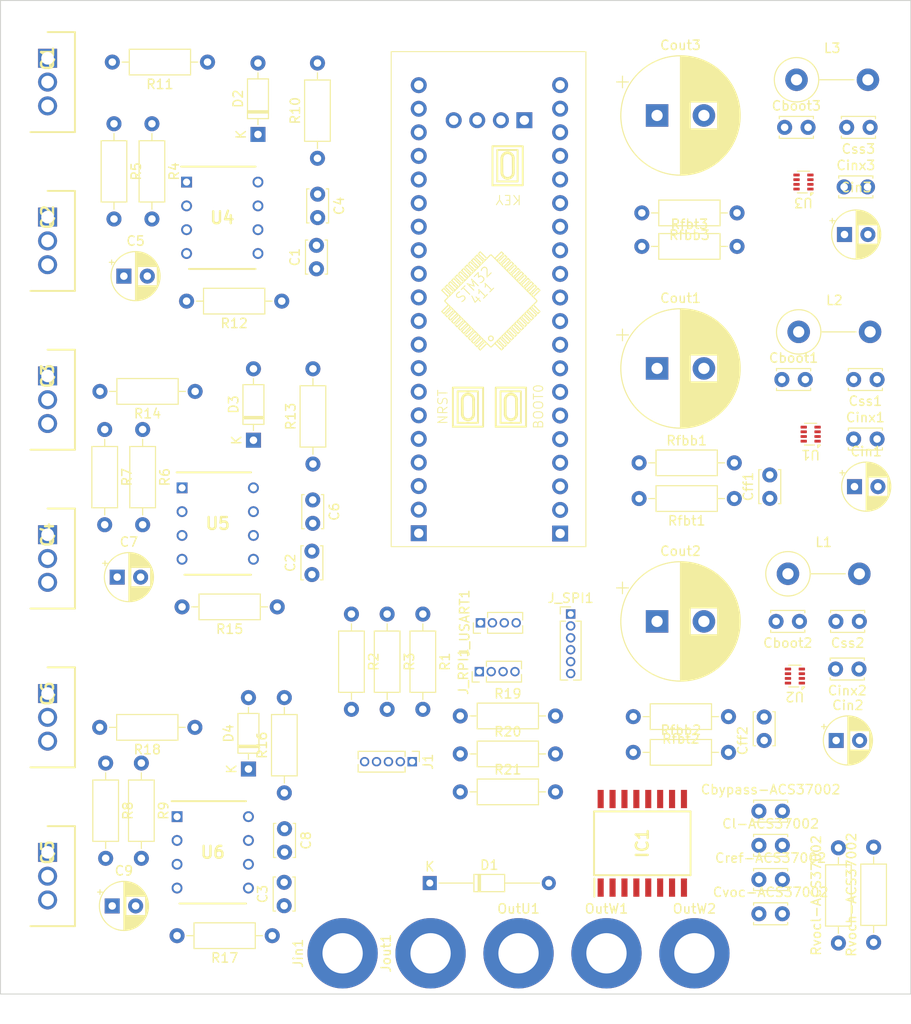
<source format=kicad_pcb>
(kicad_pcb (version 20240108) (generator "pcbnew") (generator_version "8.0")
  (layers (0 "F.Cu" signal) (31 "B.Cu" signal) (34 "B.Paste" user) (35 "F.Paste" user) (36 "B.SilkS" user "B.Silkscreen") (37 "F.SilkS" user "F.Silkscreen") (38 "B.Mask" user) (39 "F.Mask" user) (44 "Edge.Cuts" user))
  (net 0 "")
  (net 1 "Net-(U1-SW)")
  (net 2 "Net-(U1-BST)")
  (net 3 "Net-(U2-BST)")
  (net 4 "Net-(U2-SW)")
  (net 5 "Net-(U3-SW)")
  (net 6 "Net-(U3-BST)")
  (net 7 "Net-(U1-FB)")
  (net 8 "+12V")
  (net 9 "Net-(U2-FB)")
  (net 10 "+5V")
  (net 11 "+24V")
  (net 12 "GND")
  (net 13 "+3.3V")
  (net 14 "Net-(U1-SS)")
  (net 15 "Net-(U2-SS)")
  (net 16 "Net-(U3-SS)")
  (net 17 "Net-(D1-K)")
  (net 18 "Net-(D2-A)")
  (net 19 "BST_U")
  (net 20 "Net-(D3-A)")
  (net 21 "BST_V")
  (net 22 "BST_W")
  (net 23 "Net-(D4-A)")
  (net 24 "hal1")
  (net 25 "hal2")
  (net 26 "hal3")
  (net 27 "Net-(Q1-Pad1)")
  (net 28 "SH_U")
  (net 29 "SL_U")
  (net 30 "Net-(Q2-Pad1)")
  (net 31 "SH_V")
  (net 32 "Net-(Q3-Pad1)")
  (net 33 "SL_V")
  (net 34 "Net-(Q4-Pad1)")
  (net 35 "Net-(Q5-Pad1)")
  (net 36 "SH_W")
  (net 37 "Net-(Q6-Pad1)")
  (net 38 "SL_W")
  (net 39 "Net-(U3-FB)")
  (net 40 "HallU")
  (net 41 "HallW")
  (net 42 "HallV")
  (net 51 "SPI_SCK")
  (net 52 "SPI_MOSI")
  (net 53 "SPI_CS1")
  (net 54 "SPI_MISO")
  (net 55 "USART6_RX")
  (net 56 "USART6_TX")
  (net 57 "T1_V")
  (net 58 "B15")
  (net 59 "Reset")
  (net 60 "T1_WN")
  (net 61 "T1_UN")
  (net 62 "T1_U")
  (net 63 "HSM_W")
  (net 65 "ADC1")
  (net 66 "SCL_RPI")
  (net 67 "B12")
  (net 68 "SDA_RPI")
  (net 69 "SD_U")
  (net 70 "ADC2")
  (net 71 "T1_W")
  (net 73 "IN_U")
  (net 74 "IN_V")
  (net 75 "B2")
  (net 76 "SD_V")
  (net 78 "ADC3")
  (net 79 "HSM_V")
  (net 80 "IN_W")
  (net 81 "T1_VN")
  (net 82 "HSM_U")
  (net 83 "SD_W")
  (net 84 "GH_U")
  (net 85 "GL_U")
  (net 86 "GH_V")
  (net 87 "GL_V")
  (net 88 "GH_W")
  (net 89 "GL_W")
  (net 90 "24V")
  (net 91 "Net-(IC1-VOC)")
  (net 92 "Net-(OutU1-Pin_1)")
  (net 93 "Net-(OutW1-Pin_1)")
  (net 94 "Net-(OutW2-Pin_1)")
  (footprint "STM32:Blackpill" (layer "F.Cu") (at 76.4286 71.9582 90)
    (property "Reference" "U7" (hide yes))
    (property "Value" "YAAJ_BlackPill_SWD_BreakoutV2" (hide yes))
    (fp_text user "NRST" (at 12.95 -14.69 90) (layer "F.SilkS") (effects (font (thickness 0.1)) (justify left bottom)))
    (fp_text user "BOOT0" (at 12.47 -4.48 90) (layer "F.SilkS") (effects (font (thickness 0.1)) (justify left bottom)))
    (fp_text user "STM32" (at 25.84 -13.3 45) (layer "F.SilkS") (effects (font (thickness 0.1)) (justify left bottom)))
    (fp_text user "411" (at 25.56 -11.69 45) (layer "F.SilkS") (effects (font (thickness 0.1)) (justify left bottom)))
    (fp_text user "KEY" (at 37.6 -6.82 180) (layer "F.SilkS") (effects (font (thickness 0.1)) (justify left bottom)))
    (pad "1" thru_hole circle (at 49.23 -17.84) (size 1.7 1.7) (drill 1) (layers "*.Cu" "*.Mask"))
    (pad "2" thru_hole circle (at 46.714202 -17.84) (size 1.7 1.7) (drill 1) (layers "*.Cu" "*.Mask") (net 69 "SD_U"))
    (pad "3" thru_hole circle (at 44.198413 -17.84) (size 1.7 1.7) (drill 1) (layers "*.Cu" "*.Mask") (net 76 "SD_V"))
    (pad "4" thru_hole circle (at 41.682624 -17.84) (size 1.7 1.7) (drill 1) (layers "*.Cu" "*.Mask") (net 83 "SD_W"))
    (pad "5" thru_hole circle (at 39.166835 -17.84) (size 1.7 1.7) (drill 1) (layers "*.Cu" "*.Mask") (net 59 "Reset"))
    (pad "6" thru_hole circle (at 36.651046 -17.84) (size 1.7 1.7) (drill 1) (layers "*.Cu" "*.Mask") (net 82 "HSM_U"))
    (pad "7" thru_hole circle (at 34.135257 -17.84) (size 1.7 1.7) (drill 1) (layers "*.Cu" "*.Mask") (net 79 "HSM_V"))
    (pad "8" thru_hole circle (at 31.619468 -17.84) (size 1.7 1.7) (drill 1) (layers "*.Cu" "*.Mask") (net 63 "HSM_W"))
    (pad "9" thru_hole circle (at 29.103679 -17.84) (size 1.7 1.7) (drill 1) (layers "*.Cu" "*.Mask") (net 65 "ADC1"))
    (pad "10" thru_hole circle (at 26.58789 -17.84) (size 1.7 1.7) (drill 1) (layers "*.Cu" "*.Mask") (net 70 "ADC2"))
    (pad "11" thru_hole circle (at 24.072101 -17.84) (size 1.7 1.7) (drill 1) (layers "*.Cu" "*.Mask") (net 78 "ADC3"))
    (pad "12" thru_hole circle (at 21.556312 -17.84) (size 1.7 1.7) (drill 1) (layers "*.Cu" "*.Mask") (net 73 "IN_U"))
    (pad "13" thru_hole circle (at 19.040523 -17.84) (size 1.7 1.7) (drill 1) (layers "*.Cu" "*.Mask") (net 52 "SPI_MOSI"))
    (pad "14" thru_hole circle (at 16.524734 -17.84) (size 1.7 1.7) (drill 1) (layers "*.Cu" "*.Mask") (net 74 "IN_V"))
    (pad "15" thru_hole circle (at 14.008945 -17.84) (size 1.7 1.7) (drill 1) (layers "*.Cu" "*.Mask") (net 60 "T1_WN"))
    (pad "16" thru_hole circle (at 11.493156 -17.84) (size 1.7 1.7) (drill 1) (layers "*.Cu" "*.Mask") (net 75 "B2"))
    (pad "17" thru_hole circle (at 8.977367 -17.84) (size 1.7 1.7) (drill 1) (layers "*.Cu" "*.Mask") (net 66 "SCL_RPI"))
    (pad "18" thru_hole circle (at 6.461578 -17.84) (size 1.7 1.7) (drill 1) (layers "*.Cu" "*.Mask") (net 13 "+3.3V"))
    (pad "19" thru_hole circle (at 3.945789 -17.84) (size 1.7 1.7) (drill 1) (layers "*.Cu" "*.Mask") (net 12 "GND"))
    (pad "20" thru_hole rect (at 1.43 -17.84) (size 1.7 1.7) (drill 1) (layers "*.Cu" "*.Mask"))
    (pad "21" thru_hole rect (at 1.4 -2.75) (size 1.7 1.7) (drill 1) (layers "*.Cu" "*.Mask") (net 67 "B12"))
    (pad "22" thru_hole circle (at 3.917894 -2.75) (size 1.7 1.7) (drill 1) (layers "*.Cu" "*.Mask") (net 61 "T1_UN"))
    (pad "23" thru_hole circle (at 6.435788 -2.75) (size 1.7 1.7) (drill 1) (layers "*.Cu" "*.Mask") (net 81 "T1_VN"))
    (pad "24" thru_hole circle (at 8.953682 -2.75) (size 1.7 1.7) (drill 1) (layers "*.Cu" "*.Mask") (net 58 "B15"))
    (pad "25" thru_hole circle (at 11.471576 -2.75) (size 1.7 1.7) (drill 1) (layers "*.Cu" "*.Mask") (net 62 "T1_U"))
    (pad "26" thru_hole circle (at 13.98947 -2.75) (size 1.7 1.7) (drill 1) (layers "*.Cu" "*.Mask") (net 57 "T1_V"))
    (pad "27" thru_hole circle (at 16.507364 -2.75) (size 1.7 1.7) (drill 1) (layers "*.Cu" "*.Mask") (net 71 "T1_W"))
    (pad "28" thru_hole circle (at 19.025258 -2.75) (size 1.7 1.7) (drill 1) (layers "*.Cu" "*.Mask") (net 56 "USART6_TX"))
    (pad "29" thru_hole circle (at 21.543152 -2.75) (size 1.7 1.7) (drill 1) (layers "*.Cu" "*.Mask") (net 55 "USART6_RX"))
    (pad "30" thru_hole circle (at 24.061046 -2.75) (size 1.7 1.7) (drill 1) (layers "*.Cu" "*.Mask") (net 53 "SPI_CS1"))
    (pad "31" thru_hole circle (at 26.57894 -2.75) (size 1.7 1.7) (drill 1) (layers "*.Cu" "*.Mask") (net 51 "SPI_SCK"))
    (pad "32" thru_hole circle (at 29.096834 -2.75) (size 1.7 1.7) (drill 1) (layers "*.Cu" "*.Mask") (net 54 "SPI_MISO"))
    (pad "33" thru_hole circle (at 31.614728 -2.75) (size 1.7 1.7) (drill 1) (layers "*.Cu" "*.Mask") (net 80 "IN_W"))
    (pad "34" thru_hole circle (at 34.132622 -2.75) (size 1.7 1.7) (drill 1) (layers "*.Cu" "*.Mask") (net 40 "HallU"))
    (pad "35" thru_hole circle (at 36.650516 -2.75) (size 1.7 1.7) (drill 1) (layers "*.Cu" "*.Mask") (net 42 "HallV"))
    (pad "36" thru_hole circle (at 39.16841 -2.75) (size 1.7 1.7) (drill 1) (layers "*.Cu" "*.Mask") (net 41 "HallW"))
    (pad "37" thru_hole circle (at 41.686304 -2.75) (size 1.7 1.7) (drill 1) (layers "*.Cu" "*.Mask") (net 68 "SDA_RPI"))
    (pad "38" thru_hole circle (at 44.204198 -2.75) (size 1.7 1.7) (drill 1) (layers "*.Cu" "*.Mask"))
    (pad "39" thru_hole circle (at 46.722092 -2.75) (size 1.7 1.7) (drill 1) (layers "*.Cu" "*.Mask") (net 12 "GND"))
    (pad "40" thru_hole circle (at 49.24 -2.75) (size 1.7 1.7) (drill 1) (layers "*.Cu" "*.Mask") (net 13 "+3.3V"))
    (pad "41" thru_hole rect (at 45.49 -6.57) (size 1.7 1.7) (drill 1) (layers "*.Cu" "*.Mask") (net 13 "+3.3V"))
    (pad "42" thru_hole circle (at 45.49 -9.07) (size 1.7 1.7) (drill 1) (layers "*.Cu" "*.Mask"))
    (pad "43" thru_hole circle (at 45.49 -11.6) (size 1.7 1.7) (drill 1) (layers "*.Cu" "*.Mask"))
    (pad "44" thru_hole circle (at 45.49 -14.11) (size 1.7 1.7) (drill 1) (layers "*.Cu" "*.Mask") (net 12 "GND"))
  )
  (footprint "IRS2004PBF:DIP762W56P254L988H533Q8N" (layer "F.Cu") (at 37.6174 36.8754)
    (property "Reference" "U4" (at 0 0 0) (layer "F.SilkS") (effects (font (size 1.27 1.27) (thickness 0.254))))
    (property "Value" "IRS2004" (hide yes))
    (pad "1" thru_hole rect (at -3.81 -3.81) (size 1.158 1.158) (drill 0.758) (layers "*.Cu" "*.Mask") (net 8 "+12V"))
    (pad "2" thru_hole circle (at -3.81 -1.27) (size 1.158 1.158) (drill 0.758) (layers "*.Cu" "*.Mask") (net 73 "IN_U"))
    (pad "3" thru_hole circle (at -3.81 1.27) (size 1.158 1.158) (drill 0.758) (layers "*.Cu" "*.Mask") (net 69 "SD_U"))
    (pad "4" thru_hole circle (at -3.81 3.81) (size 1.158 1.158) (drill 0.758) (layers "*.Cu" "*.Mask") (net 12 "GND"))
    (pad "5" thru_hole circle (at 3.81 3.81) (size 1.158 1.158) (drill 0.758) (layers "*.Cu" "*.Mask") (net 85 "GL_U"))
    (pad "6" thru_hole circle (at 3.81 1.27) (size 1.158 1.158) (drill 0.758) (layers "*.Cu" "*.Mask") (net 28 "SH_U"))
    (pad "7" thru_hole circle (at 3.81 -1.27) (size 1.158 1.158) (drill 0.758) (layers "*.Cu" "*.Mask") (net 84 "GH_U"))
    (pad "8" thru_hole circle (at 3.81 -3.81) (size 1.158 1.158) (drill 0.758) (layers "*.Cu" "*.Mask") (net 19 "BST_U"))
  )
  (footprint "Capacitor_THT:CP_Radial_D5.0mm_P2.50mm" (layer "F.Cu") (at 25.871288 110.2868)
    (property "Reference" "C9" (at 1.25 -3.75 0) (layer "F.SilkS"))
    (property "Value" "2.2u")
    (pad "1" thru_hole rect (at 0 0) (size 1.6 1.6) (drill 0.8) (layers "*.Cu" "*.Mask") (net 90 "24V"))
    (pad "2" thru_hole circle (at 2.5 0) (size 1.6 1.6) (drill 0.8) (layers "*.Cu" "*.Mask") (net 12 "GND"))
  )
  (footprint "Capacitor_THT:C_Disc_D3.4mm_W2.1mm_P2.50mm" (layer "F.Cu") (at 106.7616 27.2288 180)
    (property "Reference" "Css3" (at 1.25 -2.3 180) (layer "F.SilkS"))
    (property "Value" "33n")
    (pad "1" thru_hole circle (at 0 0 180) (size 1.6 1.6) (drill 0.8) (layers "*.Cu" "*.Mask") (net 12 "GND"))
    (pad "2" thru_hole circle (at 2.5 0 180) (size 1.6 1.6) (drill 0.8) (layers "*.Cu" "*.Mask") (net 16 "Net-(U3-SS)"))
  )
  (footprint "Capacitor_THT:C_Disc_D3.4mm_W2.1mm_P2.50mm" (layer "F.Cu") (at 44.2614 102.0518 -90)
    (property "Reference" "C8" (at 1.25 -2.3 90) (layer "F.SilkS"))
    (property "Value" "47n")
    (pad "1" thru_hole circle (at 0 0 270) (size 1.6 1.6) (drill 0.8) (layers "*.Cu" "*.Mask") (net 22 "BST_W"))
    (pad "2" thru_hole circle (at 2.5 0 270) (size 1.6 1.6) (drill 0.8) (layers "*.Cu" "*.Mask") (net 94 "Net-(OutW2-Pin_1)"))
  )
  (footprint "Capacitor_THT:C_Disc_D3.4mm_W2.1mm_P2.50mm" (layer "F.Cu") (at 99.223713 79.9338 180)
    (property "Reference" "Cboot2" (at 1.25 -2.3 180) (layer "F.SilkS"))
    (property "Value" "100n")
    (pad "1" thru_hole circle (at 0 0 180) (size 1.6 1.6) (drill 0.8) (layers "*.Cu" "*.Mask") (net 3 "Net-(U2-BST)"))
    (pad "2" thru_hole circle (at 2.5 0 180) (size 1.6 1.6) (drill 0.8) (layers "*.Cu" "*.Mask") (net 4 "Net-(U2-SW)"))
  )
  (footprint "Package_TO_SOT_SMD:SOT-583-8" (layer "F.Cu") (at 99.6476 33.0588 180)
    (property "Reference" "U3" (at 0 -2.2 180) (layer "F.SilkS"))
    (property "Value" "TPS62932")
    (pad "1" smd roundrect (at -0.74 -0.75 180) (size 0.67 0.3) (layers "F.Cu" "F.Paste" "F.Mask") (roundrect_rratio 0.1666666667))
    (pad "2" smd roundrect (at -0.74 -0.25 180) (size 0.67 0.3) (layers "F.Cu" "F.Paste" "F.Mask") (roundrect_rratio 0.1666666667))
    (pad "3" smd roundrect (at -0.74 0.25 180) (size 0.67 0.3) (layers "F.Cu" "F.Paste" "F.Mask") (roundrect_rratio 0.1666666667) (net 11 "+24V"))
    (pad "4" smd roundrect (at -0.74 0.75 180) (size 0.67 0.3) (layers "F.Cu" "F.Paste" "F.Mask") (roundrect_rratio 0.1666666667) (net 12 "GND"))
    (pad "5" smd roundrect (at 0.74 0.75 180) (size 0.67 0.3) (layers "F.Cu" "F.Paste" "F.Mask") (roundrect_rratio 0.1666666667) (net 5 "Net-(U3-SW)"))
    (pad "6" smd roundrect (at 0.74 0.25 180) (size 0.67 0.3) (layers "F.Cu" "F.Paste" "F.Mask") (roundrect_rratio 0.1666666667) (net 6 "Net-(U3-BST)"))
    (pad "7" smd roundrect (at 0.74 -0.25 180) (size 0.67 0.3) (layers "F.Cu" "F.Paste" "F.Mask") (roundrect_rratio 0.1666666667) (net 16 "Net-(U3-SS)"))
    (pad "8" smd roundrect (at 0.74 -0.75 180) (size 0.67 0.3) (layers "F.Cu" "F.Paste" "F.Mask") (roundrect_rratio 0.1666666667) (net 39 "Net-(U3-FB)"))
  )
  (footprint "Inductor_THT:L_Axial_L13.0mm_D4.5mm_P7.62mm_Vertical_Fastron_HCCC" (layer "F.Cu") (at 98.9076 22.1488)
    (property "Reference" "L3" (at 3.81 -3.37 0) (layer "F.SilkS"))
    (property "Value" "7.8u")
    (pad "1" thru_hole circle (at 0 0) (size 2.4 2.4) (drill 1.2) (layers "*.Cu" "*.Mask") (net 13 "+3.3V"))
    (pad "2" thru_hole oval (at 7.62 0) (size 2.4 2.4) (drill 1.2) (layers "*.Cu" "*.Mask") (net 5 "Net-(U3-SW)"))
  )
  (footprint "Connector_PinHeader_1.27mm:PinHeader_1x05_P1.27mm_Vertical" (layer "F.Cu") (at 57.8916 94.8994 -90)
    (property "Reference" "J1" (at 0 -1.695 90) (layer "F.SilkS"))
    (property "Value" "Conn_01x05")
    (pad "1" thru_hole rect (at 0 0 270) (size 1 1) (drill 0.65) (layers "*.Cu" "*.Mask") (net 10 "+5V"))
    (pad "2" thru_hole oval (at 0 1.27 270) (size 1 1) (drill 0.65) (layers "*.Cu" "*.Mask") (net 24 "hal1"))
    (pad "3" thru_hole oval (at 0 2.54 270) (size 1 1) (drill 0.65) (layers "*.Cu" "*.Mask") (net 25 "hal2"))
    (pad "4" thru_hole oval (at 0 3.81 270) (size 1 1) (drill 0.65) (layers "*.Cu" "*.Mask") (net 26 "hal3"))
    (pad "5" thru_hole oval (at 0 5.08 270) (size 1 1) (drill 0.65) (layers "*.Cu" "*.Mask") (net 12 "GND"))
  )
  (footprint "Resistor_THT:R_Axial_DIN0207_L6.3mm_D2.5mm_P10.16mm_Horizontal" (layer "F.Cu") (at 42.9514 113.4618 180)
    (property "Reference" "R17" (at 5.08 -2.37 180) (layer "F.SilkS"))
    (property "Value" "4.7")
    (pad "1" thru_hole circle (at 0 0 180) (size 1.6 1.6) (drill 0.8) (layers "*.Cu" "*.Mask") (net 88 "GH_W"))
    (pad "2" thru_hole oval (at 10.16 0 180) (size 1.6 1.6) (drill 0.8) (layers "*.Cu" "*.Mask") (net 35 "Net-(Q5-Pad1)"))
  )
  (footprint "Diode_THT:D_DO-35_SOD27_P7.62mm_Horizontal" (layer "F.Cu") (at 41.4274 27.9854 90)
    (property "Reference" "D2" (at 3.81 -2.12 -90) (layer "F.SilkS"))
    (property "Value" "1N4148")
    (fp_text user "K" (at 0 -1.8 -90) (layer "F.SilkS"))
    (pad "1" thru_hole rect (at 0 0 90) (size 1.6 1.6) (drill 0.8) (layers "*.Cu" "*.Mask") (net 19 "BST_U"))
    (pad "2" thru_hole oval (at 7.62 0 90) (size 1.6 1.6) (drill 0.8) (layers "*.Cu" "*.Mask") (net 18 "Net-(D2-A)"))
  )
  (footprint "Resistor_THT:R_Axial_DIN0207_L6.3mm_D2.5mm_P10.16mm_Horizontal" (layer "F.Cu") (at 59.0246 79.1514 -90)
    (property "Reference" "R1" (at 5.08 -2.37 90) (layer "F.SilkS"))
    (property "Value" "10k")
    (pad "1" thru_hole circle (at 0 0 270) (size 1.6 1.6) (drill 0.8) (layers "*.Cu" "*.Mask") (net 13 "+3.3V"))
    (pad "2" thru_hole oval (at 10.16 0 270) (size 1.6 1.6) (drill 0.8) (layers "*.Cu" "*.Mask") (net 24 "hal1"))
  )
  (footprint "Resistor_THT:R_Axial_DIN0207_L6.3mm_D2.5mm_P10.16mm_Horizontal" (layer "F.Cu") (at 92.264625 66.827399 180)
    (property "Reference" "Rfbt1" (at 5.08 -2.37 180) (layer "F.SilkS"))
    (property "Value" "140k")
    (pad "1" thru_hole circle (at 0 0 180) (size 1.6 1.6) (drill 0.8) (layers "*.Cu" "*.Mask") (net 8 "+12V"))
    (pad "2" thru_hole oval (at 10.16 0 180) (size 1.6 1.6) (drill 0.8) (layers "*.Cu" "*.Mask") (net 7 "Net-(U1-FB)"))
  )
  (footprint "Package_TO_SOT_SMD:SOT-583-8" (layer "F.Cu") (at 98.733713 85.7638 180)
    (property "Reference" "U2" (at 0 -2.2 180) (layer "F.SilkS"))
    (property "Value" "TPS62932")
    (pad "1" smd roundrect (at -0.74 -0.75 180) (size 0.67 0.3) (layers "F.Cu" "F.Paste" "F.Mask") (roundrect_rratio 0.1666666667))
    (pad "2" smd roundrect (at -0.74 -0.25 180) (size 0.67 0.3) (layers "F.Cu" "F.Paste" "F.Mask") (roundrect_rratio 0.1666666667))
    (pad "3" smd roundrect (at -0.74 0.25 180) (size 0.67 0.3) (layers "F.Cu" "F.Paste" "F.Mask") (roundrect_rratio 0.1666666667) (net 11 "+24V"))
    (pad "4" smd roundrect (at -0.74 0.75 180) (size 0.67 0.3) (layers "F.Cu" "F.Paste" "F.Mask") (roundrect_rratio 0.1666666667) (net 12 "GND"))
    (pad "5" smd roundrect (at 0.74 0.75 180) (size 0.67 0.3) (layers "F.Cu" "F.Paste" "F.Mask") (roundrect_rratio 0.1666666667) (net 4 "Net-(U2-SW)"))
    (pad "6" smd roundrect (at 0.74 0.25 180) (size 0.67 0.3) (layers "F.Cu" "F.Paste" "F.Mask") (roundrect_rratio 0.1666666667) (net 3 "Net-(U2-BST)"))
    (pad "7" smd roundrect (at 0.74 -0.25 180) (size 0.67 0.3) (layers "F.Cu" "F.Paste" "F.Mask") (roundrect_rratio 0.1666666667) (net 15 "Net-(U2-SS)"))
    (pad "8" smd roundrect (at 0.74 -0.75 180) (size 0.67 0.3) (layers "F.Cu" "F.Paste" "F.Mask") (roundrect_rratio 0.1666666667) (net 9 "Net-(U2-FB)"))
  )
  (footprint "Capacitor_THT:CP_Radial_D5.0mm_P2.50mm" (layer "F.Cu") (at 103.1386 92.6338)
    (property "Reference" "Cin2" (at 1.25 -3.75 0) (layer "F.SilkS"))
    (property "Value" "10u")
    (pad "1" thru_hole rect (at 0 0) (size 1.6 1.6) (drill 0.8) (layers "*.Cu" "*.Mask") (net 11 "+24V"))
    (pad "2" thru_hole circle (at 2.5 0) (size 1.6 1.6) (drill 0.8) (layers "*.Cu" "*.Mask") (net 12 "GND"))
  )
  (footprint "Resistor_THT:R_Axial_DIN0207_L6.3mm_D2.5mm_P10.16mm_Horizontal" (layer "F.Cu") (at 28.9814 95.0468 -90)
    (property "Reference" "R9" (at 5.08 -2.37 90) (layer "F.SilkS"))
    (property "Value" "10k")
    (pad "1" thru_hole circle (at 0 0 270) (size 1.6 1.6) (drill 0.8) (layers "*.Cu" "*.Mask") (net 83 "SD_W"))
    (pad "2" thru_hole oval (at 10.16 0 270) (size 1.6 1.6) (drill 0.8) (layers "*.Cu" "*.Mask") (net 12 "GND"))
  )
  (footprint "Capacitor_THT:C_Disc_D3.4mm_W2.1mm_P2.50mm" (layer "F.Cu") (at 105.573713 85.0138 180)
    (property "Reference" "Cinx2" (at 1.25 -2.3 180) (layer "F.SilkS"))
    (property "Value" "100n")
    (pad "1" thru_hole circle (at 0 0 180) (size 1.6 1.6) (drill 0.8) (layers "*.Cu" "*.Mask") (net 11 "+24V"))
    (pad "2" thru_hole circle (at 2.5 0 180) (size 1.6 1.6) (drill 0.8) (layers "*.Cu" "*.Mask") (net 12 "GND"))
  )
  (footprint "Capacitor_THT:C_Disc_D3.4mm_W2.1mm_P2.50mm" (layer "F.Cu") (at 105.004625 60.477399)
    (property "Reference" "Cinx1" (at 1.25 -2.3 0) (layer "F.SilkS"))
    (property "Value" "100n")
    (pad "1" thru_hole circle (at 0 0) (size 1.6 1.6) (drill 0.8) (layers "*.Cu" "*.Mask") (net 11 "+24V"))
    (pad "2" thru_hole circle (at 2.5 0) (size 1.6 1.6) (drill 0.8) (layers "*.Cu" "*.Mask") (net 12 "GND"))
  )
  (footprint "Resistor_THT:R_Axial_DIN0207_L6.3mm_D2.5mm_P10.16mm_Horizontal" (layer "F.Cu") (at 63.0174 94.0702)
    (property "Reference" "R20" (at 5.08 -2.37 0) (layer "F.SilkS"))
    (property "Value" "1k5")
    (pad "1" thru_hole circle (at 0 0) (size 1.6 1.6) (drill 0.8) (layers "*.Cu" "*.Mask") (net 13 "+3.3V"))
    (pad "2" thru_hole oval (at 10.16 0) (size 1.6 1.6) (drill 0.8) (layers "*.Cu" "*.Mask") (net 66 "SCL_RPI"))
  )
  (footprint "Resistor_THT:R_Axial_DIN0207_L6.3mm_D2.5mm_P10.16mm_Horizontal" (layer "F.Cu") (at 30.1104 26.8424 -90)
    (property "Reference" "R4" (at 5.08 -2.37 90) (layer "F.SilkS"))
    (property "Value" "10k")
    (pad "1" thru_hole circle (at 0 0 270) (size 1.6 1.6) (drill 0.8) (layers "*.Cu" "*.Mask") (net 69 "SD_U"))
    (pad "2" thru_hole oval (at 10.16 0 270) (size 1.6 1.6) (drill 0.8) (layers "*.Cu" "*.Mask") (net 12 "GND"))
  )
  (footprint "Capacitor_THT:C_Disc_D3.4mm_W2.1mm_P2.50mm" (layer "F.Cu") (at 47.7974 34.3554 -90)
    (property "Reference" "C4" (at 1.25 -2.3 90) (layer "F.SilkS"))
    (property "Value" "47n")
    (pad "1" thru_hole circle (at 0 0 270) (size 1.6 1.6) (drill 0.8) (layers "*.Cu" "*.Mask") (net 19 "BST_U"))
    (pad "2" thru_hole circle (at 2.5 0 270) (size 1.6 1.6) (drill 0.8) (layers "*.Cu" "*.Mask") (net 92 "Net-(OutU1-Pin_1)"))
  )
  (footprint "MountingHole:MountingHole_4.3mm_M4_DIN965_Pad" (layer "F.Cu") (at 50.4622 115.3414 90)
    (property "Reference" "Jin1" (at 0 -4.75 -90) (layer "F.SilkS"))
    (property "Value" "Conn_01x01_Socket")
    (pad "1" thru_hole circle (at 0 0 90) (size 7.5 7.5) (drill 4.3) (layers "*.Cu" "*.Mask") (net 11 "+24V"))
  )
  (footprint "Connector_PinHeader_1.27mm:PinHeader_1x04_P1.27mm_Vertical" (layer "F.Cu") (at 65.1764 80.0862 90)
    (property "Reference" "J_USART1" (at 0 -1.695 -90) (layer "F.SilkS"))
    (property "Value" "Conn_01x04")
    (pad "1" thru_hole rect (at 0 0 90) (size 1 1) (drill 0.65) (layers "*.Cu" "*.Mask") (net 10 "+5V"))
    (pad "2" thru_hole oval (at 0 1.27 90) (size 1 1) (drill 0.65) (layers "*.Cu" "*.Mask") (net 56 "USART6_TX"))
    (pad "3" thru_hole oval (at 0 2.54 90) (size 1 1) (drill 0.65) (layers "*.Cu" "*.Mask") (net 55 "USART6_RX"))
    (pad "4" thru_hole oval (at 0 3.81 90) (size 1 1) (drill 0.65) (layers "*.Cu" "*.Mask") (net 12 "GND"))
  )
  (footprint "Capacitor_THT:C_Disc_D3.4mm_W2.1mm_P2.50mm" (layer "F.Cu") (at 94.8944 111.125)
    (property "Reference" "Cvoc-ACS37002" (at 1.25 -2.3 0) (layer "F.SilkS"))
    (property "Value" "C")
    (pad "1" thru_hole circle (at 0 0) (size 1.6 1.6) (drill 0.8) (layers "*.Cu" "*.Mask") (net 91 "Net-(IC1-VOC)"))
    (pad "2" thru_hole circle (at 2.5 0) (size 1.6 1.6) (drill 0.8) (layers "*.Cu" "*.Mask") (net 12 "GND"))
  )
  (footprint "Resistor_THT:R_Axial_DIN0207_L6.3mm_D2.5mm_P10.16mm_Horizontal" (layer "F.Cu") (at 92.5576 36.355425 180)
    (property "Reference" "Rfbb3" (at 5.08 -2.37 180) (layer "F.SilkS"))
    (property "Value" "10k")
    (pad "1" thru_hole circle (at 0 0 180) (size 1.6 1.6) (drill 0.8) (layers "*.Cu" "*.Mask") (net 39 "Net-(U3-FB)"))
    (pad "2" thru_hole oval (at 10.16 0 180) (size 1.6 1.6) (drill 0.8) (layers "*.Cu" "*.Mask") (net 12 "GND"))
  )
  (footprint "Capacitor_THT:C_Disc_D3.4mm_W2.1mm_P2.50mm" (layer "F.Cu") (at 97.6376 27.2288)
    (property "Reference" "Cboot3" (at 1.25 -2.3 0) (layer "F.SilkS"))
    (property "Value" "100n")
    (pad "1" thru_hole circle (at 0 0) (size 1.6 1.6) (drill 0.8) (layers "*.Cu" "*.Mask") (net 6 "Net-(U3-BST)"))
    (pad "2" thru_hole circle (at 2.5 0) (size 1.6 1.6) (drill 0.8) (layers "*.Cu" "*.Mask") (net 5 "Net-(U3-SW)"))
  )
  (footprint "MountingHole:MountingHole_4.3mm_M4_DIN965_Pad" (layer "F.Cu") (at 88.011 115.3414)
    (property "Reference" "OutW2" (at 0 -4.75 0) (layer "F.SilkS"))
    (property "Value" "Conn_01x01_Socket")
    (pad "1" thru_hole circle (at 0 0) (size 7.5 7.5) (drill 4.3) (layers "*.Cu" "*.Mask") (net 94 "Net-(OutW2-Pin_1)"))
  )
  (footprint "Resistor_THT:R_Axial_DIN0207_L6.3mm_D2.5mm_P10.16mm_Horizontal" (layer "F.Cu") (at 91.643713 90.0938 180)
    (property "Reference" "Rfbt2" (at 5.08 -2.37 180) (layer "F.SilkS"))
    (property "Value" "52.3k")
    (pad "1" thru_hole circle (at 0 0 180) (size 1.6 1.6) (drill 0.8) (layers "*.Cu" "*.Mask") (net 10 "+5V"))
    (pad "2" thru_hole oval (at 10.16 0 180) (size 1.6 1.6) (drill 0.8) (layers "*.Cu" "*.Mask") (net 9 "Net-(U2-FB)"))
  )
  (footprint "Package_TO_SOT_SMD:SOT-583-8" (layer "F.Cu") (at 100.414625 59.957399 180)
    (property "Reference" "U1" (at 0 -2.2 180) (layer "F.SilkS"))
    (property "Value" "TPS62932")
    (pad "1" smd roundrect (at -0.74 -0.75 180) (size 0.67 0.3) (layers "F.Cu" "F.Paste" "F.Mask") (roundrect_rratio 0.1666666667))
    (pad "2" smd roundrect (at -0.74 -0.25 180) (size 0.67 0.3) (layers "F.Cu" "F.Paste" "F.Mask") (roundrect_rratio 0.1666666667))
    (pad "3" smd roundrect (at -0.74 0.25 180) (size 0.67 0.3) (layers "F.Cu" "F.Paste" "F.Mask") (roundrect_rratio 0.1666666667) (net 11 "+24V"))
    (pad "4" smd roundrect (at -0.74 0.75 180) (size 0.67 0.3) (layers "F.Cu" "F.Paste" "F.Mask") (roundrect_rratio 0.1666666667) (net 12 "GND"))
    (pad "5" smd roundrect (at 0.74 0.75 180) (size 0.67 0.3) (layers "F.Cu" "F.Paste" "F.Mask") (roundrect_rratio 0.1666666667) (net 1 "Net-(U1-SW)"))
    (pad "6" smd roundrect (at 0.74 0.25 180) (size 0.67 0.3) (layers "F.Cu" "F.Paste" "F.Mask") (roundrect_rratio 0.1666666667) (net 2 "Net-(U1-BST)"))
    (pad "7" smd roundrect (at 0.74 -0.25 180) (size 0.67 0.3) (layers "F.Cu" "F.Paste" "F.Mask") (roundrect_rratio 0.1666666667) (net 14 "Net-(U1-SS)"))
    (pad "8" smd roundrect (at 0.74 -0.75 180) (size 0.67 0.3) (layers "F.Cu" "F.Paste" "F.Mask") (roundrect_rratio 0.1666666667) (net 7 "Net-(U1-FB)"))
  )
  (footprint "Diode_THT:D_DO-35_SOD27_P7.62mm_Horizontal" (layer "F.Cu") (at 40.9448 60.6044 90)
    (property "Reference" "D3" (at 3.81 -2.12 -90) (layer "F.SilkS"))
    (property "Value" "1N4148")
    (fp_text user "K" (at 0 -1.8 -90) (layer "F.SilkS"))
    (pad "1" thru_hole rect (at 0 0 90) (size 1.6 1.6) (drill 0.8) (layers "*.Cu" "*.Mask") (net 21 "BST_V"))
    (pad "2" thru_hole oval (at 7.62 0 90) (size 1.6 1.6) (drill 0.8) (layers "*.Cu" "*.Mask") (net 20 "Net-(D3-A)"))
  )
  (footprint "Capacitor_THT:C_Disc_D3.4mm_W2.1mm_P2.50mm" (layer "F.Cu") (at 107.504625 54.127399 180)
    (property "Reference" "Css1" (at 1.25 -2.3 180) (layer "F.SilkS"))
    (property "Value" "33n")
    (pad "1" thru_hole circle (at 0 0 180) (size 1.6 1.6) (drill 0.8) (layers "*.Cu" "*.Mask") (net 12 "GND"))
    (pad "2" thru_hole circle (at 2.5 0 180) (size 1.6 1.6) (drill 0.8) (layers "*.Cu" "*.Mask") (net 14 "Net-(U1-SS)"))
  )
  (footprint "Capacitor_THT:C_Disc_D3.4mm_W2.1mm_P2.50mm" (layer "F.Cu") (at 97.344625 54.127399)
    (property "Reference" "Cboot1" (at 1.25 -2.3 0) (layer "F.SilkS"))
    (property "Value" "100n")
    (pad "1" thru_hole circle (at 0 0) (size 1.6 1.6) (drill 0.8) (layers "*.Cu" "*.Mask") (net 2 "Net-(U1-BST)"))
    (pad "2" thru_hole circle (at 2.5 0) (size 1.6 1.6) (drill 0.8) (layers "*.Cu" "*.Mask") (net 1 "Net-(U1-SW)"))
  )
  (footprint "Resistor_THT:R_Axial_DIN0207_L6.3mm_D2.5mm_P10.16mm_Horizontal" (layer "F.Cu") (at 47.2948 63.1444 90)
    (property "Reference" "R13" (at 5.08 -2.37 -90) (layer "F.SilkS"))
    (property "Value" "10")
    (pad "1" thru_hole circle (at 0 0 90) (size 1.6 1.6) (drill 0.8) (layers "*.Cu" "*.Mask") (net 8 "+12V"))
    (pad "2" thru_hole oval (at 10.16 0 90) (size 1.6 1.6) (drill 0.8) (layers "*.Cu" "*.Mask") (net 20 "Net-(D3-A)"))
  )
  (footprint "Capacitor_THT:C_Disc_D3.4mm_W2.1mm_P2.50mm" (layer "F.Cu") (at 103.9876 33.5788)
    (property "Reference" "Cinx3" (at 1.25 -2.3 0) (layer "F.SilkS"))
    (property "Value" "100n")
    (pad "1" thru_hole circle (at 0 0) (size 1.6 1.6) (drill 0.8) (layers "*.Cu" "*.Mask") (net 11 "+24V"))
    (pad "2" thru_hole circle (at 2.5 0) (size 1.6 1.6) (drill 0.8) (layers "*.Cu" "*.Mask") (net 12 "GND"))
  )
  (footprint "Resistor_THT:R_Axial_DIN0207_L6.3mm_D2.5mm_P10.16mm_Horizontal" (layer "F.Cu") (at 34.7218 55.3974 180)
    (property "Reference" "R14" (at 5.08 -2.37 180) (layer "F.SilkS"))
    (property "Value" "4.7")
    (pad "1" thru_hole circle (at 0 0 180) (size 1.6 1.6) (drill 0.8) (layers "*.Cu" "*.Mask") (net 86 "GH_V"))
    (pad "2" thru_hole oval (at 10.16 0 180) (size 1.6 1.6) (drill 0.8) (layers "*.Cu" "*.Mask") (net 32 "Net-(Q3-Pad1)"))
  )
  (footprint "Capacitor_THT:C_Disc_D3.4mm_W2.1mm_P2.50mm" (layer "F.Cu") (at 94.8944 100.175)
    (property "Reference" "Cbypass-ACS37002" (at 1.25 -2.3 0) (layer "F.SilkS"))
    (property "Value" "C")
    (pad "1" thru_hole circle (at 0 0) (size 1.6 1.6) (drill 0.8) (layers "*.Cu" "*.Mask") (net 13 "+3.3V"))
    (pad "2" thru_hole circle (at 2.5 0) (size 1.6 1.6) (drill 0.8) (layers "*.Cu" "*.Mask") (net 12 "GND"))
  )
  (footprint "Resistor_THT:R_Axial_DIN0207_L6.3mm_D2.5mm_P10.16mm_Horizontal" (layer "F.Cu") (at 81.483713 93.9038)
    (property "Reference" "Rfbb2" (at 5.08 -2.37 0) (layer "F.SilkS"))
    (property "Value" "10k")
    (pad "1" thru_hole circle (at 0 0) (size 1.6 1.6) (drill 0.8) (layers "*.Cu" "*.Mask") (net 9 "Net-(U2-FB)"))
    (pad "2" thru_hole oval (at 10.16 0) (size 1.6 1.6) (drill 0.8) (layers "*.Cu" "*.Mask") (net 12 "GND"))
  )
  (footprint "IRS2004PBF:DIP762W56P254L988H533Q8N" (layer "F.Cu") (at 36.6014 104.5718)
    (property "Reference" "U6" (at 0 0 0) (layer "F.SilkS") (effects (font (size 1.27 1.27) (thickness 0.254))))
    (property "Value" "IRS2004" (hide yes))
    (pad "1" thru_hole rect (at -3.81 -3.81) (size 1.158 1.158) (drill 0.758) (layers "*.Cu" "*.Mask") (net 8 "+12V"))
    (pad "2" thru_hole circle (at -3.81 -1.27) (size 1.158 1.158) (drill 0.758) (layers "*.Cu" "*.Mask") (net 80 "IN_W"))
    (pad "3" thru_hole circle (at -3.81 1.27) (size 1.158 1.158) (drill 0.758) (layers "*.Cu" "*.Mask") (net 83 "SD_W"))
    (pad "4" thru_hole circle (at -3.81 3.81) (size 1.158 1.158) (drill 0.758) (layers "*.Cu" "*.Mask") (net 12 "GND"))
    (pad "5" thru_hole circle (at 3.81 3.81) (size 1.158 1.158) (drill 0.758) (layers "*.Cu" "*.Mask") (net 89 "GL_W"))
    (pad "6" thru_hole circle (at 3.81 1.27) (size 1.158 1.158) (drill 0.758) (layers "*.Cu" "*.Mask") (net 36 "SH_W"))
    (pad "7" thru_hole circle (at 3.81 -1.27) (size 1.158 1.158) (drill 0.758) (layers "*.Cu" "*.Mask") (net 88 "GH_W"))
    (pad "8" thru_hole circle (at 3.81 -3.81) (size 1.158 1.158) (drill 0.758) (layers "*.Cu" "*.Mask") (net 22 "BST_W"))
  )
  (footprint "Resistor_THT:R_Axial_DIN0207_L6.3mm_D2.5mm_P10.16mm_Horizontal" (layer "F.Cu") (at 25.0698 59.4614 -90)
    (property "Reference" "R7" (at 5.08 -2.37 90) (layer "F.SilkS"))
    (property "Value" "10k")
    (pad "1" thru_hole circle (at 0 0 270) (size 1.6 1.6) (drill 0.8) (layers "*.Cu" "*.Mask") (net 76 "SD_V"))
    (pad "2" thru_hole oval (at 10.16 0 270) (size 1.6 1.6) (drill 0.8) (layers "*.Cu" "*.Mask") (net 12 "GND"))
  )
  (footprint "IRS2004PBF:DIP762W56P254L988H533Q8N" (layer "F.Cu") (at 37.1348 69.4944)
    (property "Reference" "U5" (at 0 0 0) (layer "F.SilkS") (effects (font (size 1.27 1.27) (thickness 0.254))))
    (property "Value" "IRS2004" (hide yes))
    (pad "1" thru_hole rect (at -3.81 -3.81) (size 1.158 1.158) (drill 0.758) (layers "*.Cu" "*.Mask") (net 8 "+12V"))
    (pad "2" thru_hole circle (at -3.81 -1.27) (size 1.158 1.158) (drill 0.758) (layers "*.Cu" "*.Mask") (net 74 "IN_V"))
    (pad "3" thru_hole circle (at -3.81 1.27) (size 1.158 1.158) (drill 0.758) (layers "*.Cu" "*.Mask") (net 76 "SD_V"))
    (pad "4" thru_hole circle (at -3.81 3.81) (size 1.158 1.158) (drill 0.758) (layers "*.Cu" "*.Mask") (net 12 "GND"))
    (pad "5" thru_hole circle (at 3.81 3.81) (size 1.158 1.158) (drill 0.758) (layers "*.Cu" "*.Mask") (net 87 "GL_V"))
    (pad "6" thru_hole circle (at 3.81 1.27) (size 1.158 1.158) (drill 0.758) (layers "*.Cu" "*.Mask") (net 31 "SH_V"))
    (pad "7" thru_hole circle (at 3.81 -1.27) (size 1.158 1.158) (drill 0.758) (layers "*.Cu" "*.Mask") (net 86 "GH_V"))
    (pad "8" thru_hole circle (at 3.81 -3.81) (size 1.158 1.158) (drill 0.758) (layers "*.Cu" "*.Mask") (net 21 "BST_V"))
  )
  (footprint "Inductor_THT:L_Axial_L13.0mm_D4.5mm_P7.62mm_Vertical_Fastron_HCCC" (layer "F.Cu") (at 97.993713 74.8538)
    (property "Reference" "L1" (at 3.81 -3.37 0) (layer "F.SilkS"))
    (property "Value" "10u")
    (pad "1" thru_hole circle (at 0 0) (size 2.4 2.4) (drill 1.2) (layers "*.Cu" "*.Mask") (net 10 "+5V"))
    (pad "2" thru_hole oval (at 7.62 0) (size 2.4 2.4) (drill 1.2) (layers "*.Cu" "*.Mask") (net 4 "Net-(U2-SW)"))
  )
  (footprint "Resistor_THT:R_Axial_DIN0207_L6.3mm_D2.5mm_P10.16mm_Horizontal" (layer "F.Cu") (at 82.3976 39.9288)
    (property "Reference" "Rfbt3" (at 5.08 -2.37 0) (layer "F.SilkS"))
    (property "Value" "30.9")
    (pad "1" thru_hole circle (at 0 0) (size 1.6 1.6) (drill 0.8) (layers "*.Cu" "*.Mask") (net 13 "+3.3V"))
    (pad "2" thru_hole oval (at 10.16 0) (size 1.6 1.6) (drill 0.8) (layers "*.Cu" "*.Mask") (net 39 "Net-(U3-FB)"))
  )
  (footprint "Resistor_THT:R_Axial_DIN0207_L6.3mm_D2.5mm_P10.16mm_Horizontal" (layer "F.Cu") (at 55.2146 79.1514 -90)
    (property "Reference" "R3" (at 5.08 -2.37 90) (layer "F.SilkS"))
    (property "Value" "10k")
    (pad "1" thru_hole circle (at 0 0 270) (size 1.6 1.6) (drill 0.8) (layers "*.Cu" "*.Mask") (net 13 "+3.3V"))
    (pad "2" thru_hole oval (at 10.16 0 270) (size 1.6 1.6) (drill 0.8) (layers "*.Cu" "*.Mask") (net 25 "hal2"))
  )
  (footprint "LIB_IPP015N04NF2SAKMA1:TO254P475X1028X1996-3P" (layer "F.Cu") (at 18.9738 53.74316 -90)
    (property "Reference" "Q3" (at 0 0 90) (layer "F.SilkS") (effects (font (size 1.27 1.27) (thickness 0.254))))
    (property "Value" "IPP015N04NF2SAKMA1" (hide yes))
    (pad "1" thru_hole rect (at 0 0 270) (size 2.025 2.025) (drill 1.35) (layers "*.Cu" "*.Mask") (net 32 "Net-(Q3-Pad1)"))
    (pad "2" thru_hole circle (at 2.54 0 270) (size 2.025 2.025) (drill 1.35) (layers "*.Cu" "*.Mask") (net 90 "24V"))
    (pad "3" thru_hole circle (at 5.08 0 270) (size 2.025 2.025) (drill 1.35) (layers "*.Cu" "*.Mask") (net 93 "Net-(OutW1-Pin_1)"))
  )
  (footprint "Capacitor_THT:C_Disc_D3.4mm_W2.1mm_P2.50mm" (layer "F.Cu") (at 96.054625 66.807399 90)
    (property "Reference" "Cff1" (at 1.25 -2.3 -90) (layer "F.SilkS"))
    (property "Value" "47p")
    (pad "1" thru_hole circle (at 0 0 90) (size 1.6 1.6) (drill 0.8) (layers "*.Cu" "*.Mask") (net 8 "+12V"))
    (pad "2" thru_hole circle (at 2.5 0 90) (size 1.6 1.6) (drill 0.8) (layers "*.Cu" "*.Mask") (net 7 "Net-(U1-FB)"))
  )
  (footprint "Capacitor_THT:C_Disc_D3.4mm_W2.1mm_P2.50mm" (layer "F.Cu") (at 47.1878 74.9354 90)
    (property "Reference" "C2" (at 1.25 -2.3 -90) (layer "F.SilkS"))
    (property "Value" "470n")
    (pad "1" thru_hole circle (at 0 0 90) (size 1.6 1.6) (drill 0.8) (layers "*.Cu" "*.Mask") (net 12 "GND"))
    (pad "2" thru_hole circle (at 2.5 0 90) (size 1.6 1.6) (drill 0.8) (layers "*.Cu" "*.Mask") (net 8 "+12V"))
  )
  (footprint "Capacitor_THT:CP_Radial_D12.5mm_P5.00mm" (layer "F.Cu") (at 84.023713 79.9338)
    (property "Reference" "Cout2" (at 2.5 -7.5 0) (layer "F.SilkS"))
    (property "Value" "47u")
    (pad "1" thru_hole rect (at 0 0) (size 2.4 2.4) (drill 1.2) (layers "*.Cu" "*.Mask") (net 10 "+5V"))
    (pad "2" thru_hole circle (at 5 0) (size 2.4 2.4) (drill 1.2) (layers "*.Cu" "*.Mask") (net 12 "GND"))
  )
  (footprint "Capacitor_THT:C_Disc_D3.4mm_W2.1mm_P2.50mm" (layer "F.Cu") (at 47.6704 42.3164 90)
    (property "Reference" "C1" (at 1.25 -2.3 -90) (layer "F.SilkS"))
    (property "Value" "470n")
    (pad "1" thru_hole circle (at 0 0 90) (size 1.6 1.6) (drill 0.8) (layers "*.Cu" "*.Mask") (net 12 "GND"))
    (pad "2" thru_hole circle (at 2.5 0 90) (size 1.6 1.6) (drill 0.8) (layers "*.Cu" "*.Mask") (net 8 "+12V"))
  )
  (footprint "Capacitor_THT:CP_Radial_D5.0mm_P2.50mm" (layer "F.Cu") (at 26.404688 75.2094)
    (property "Reference" "C7" (at 1.25 -3.75 0) (layer "F.SilkS"))
    (property "Value" "2.2u")
    (pad "1" thru_hole rect (at 0 0) (size 1.6 1.6) (drill 0.8) (layers "*.Cu" "*.Mask") (net 90 "24V"))
    (pad "2" thru_hole circle (at 2.5 0) (size 1.6 1.6) (drill 0.8) (layers "*.Cu" "*.Mask") (net 12 "GND"))
  )
  (footprint "Resistor_THT:R_Axial_DIN0207_L6.3mm_D2.5mm_P10.16mm_Horizontal" (layer "F.Cu") (at 44.2414 98.2218 90)
    (property "Reference" "R16" (at 5.08 -2.37 -90) (layer "F.SilkS"))
    (property "Value" "10")
    (pad "1" thru_hole circle (at 0 0 90) (size 1.6 1.6) (drill 0.8) (layers "*.Cu" "*.Mask") (net 8 "+12V"))
    (pad "2" thru_hole oval (at 10.16 0 90) (size 1.6 1.6) (drill 0.8) (layers "*.Cu" "*.Mask") (net 23 "Net-(D4-A)"))
  )
  (footprint "MountingHole:MountingHole_4.3mm_M4_DIN965_Pad" (layer "F.Cu") (at 78.6238 115.3414)
    (property "Reference" "OutW1" (at 0 -4.75 0) (layer "F.SilkS"))
    (property "Value" "Conn_01x01_Socket")
    (pad "1" thru_hole circle (at 0 0) (size 7.5 7.5) (drill 4.3) (layers "*.Cu" "*.Mask") (net 93 "Net-(OutW1-Pin_1)"))
  )
  (footprint "Resistor_THT:R_Axial_DIN0207_L6.3mm_D2.5mm_P10.16mm_Horizontal" (layer "F.Cu") (at 107.1372 114.173 90)
    (property "Reference" "Rvoch-ACS37002" (at 5.08 -2.37 -90) (layer "F.SilkS"))
    (property "Value" "R")
    (pad "1" thru_hole circle (at 0 0 90) (size 1.6 1.6) (drill 0.8) (layers "*.Cu" "*.Mask") (net 65 "ADC1"))
    (pad "2" thru_hole oval (at 10.16 0 90) (size 1.6 1.6) (drill 0.8) (layers "*.Cu" "*.Mask") (net 91 "Net-(IC1-VOC)"))
  )
  (footprint "Resistor_THT:R_Axial_DIN0207_L6.3mm_D2.5mm_P10.16mm_Horizontal" (layer "F.Cu") (at 25.1714 95.0468 -90)
    (property "Reference" "R8" (at 5.08 -2.37 90) (layer "F.SilkS"))
    (property "Value" "10k")
    (pad "1" thru_hole circle (at 0 0 270) (size 1.6 1.6) (drill 0.8) (layers "*.Cu" "*.Mask") (net 80 "IN_W"))
    (pad "2" thru_hole oval (at 10.16 0 270) (size 1.6 1.6) (drill 0.8) (layers "*.Cu" "*.Mask") (net 12 "GND"))
  )
  (footprint "Capacitor_THT:CP_Radial_D12.5mm_P5.00mm" (layer "F.Cu") (at 84.023713 52.9463)
    (property "Reference" "Cout1" (at 2.5 -7.5 0) (layer "F.SilkS"))
    (property "Value" "47u")
    (pad "1" thru_hole rect (at 0 0) (size 2.4 2.4) (drill 1.2) (layers "*.Cu" "*.Mask") (net 8 "+12V"))
    (pad "2" thru_hole circle (at 5 0) (size 2.4 2.4) (drill 1.2) (layers "*.Cu" "*.Mask") (net 12 "GND"))
  )
  (footprint "Resistor_THT:R_Axial_DIN0207_L6.3mm_D2.5mm_P10.16mm_Horizontal" (layer "F.Cu") (at 63.0174 90.0202)
    (property "Reference" "R19" (at 5.08 -2.37 0) (layer "F.SilkS"))
    (property "Value" "1k5")
    (pad "1" thru_hole circle (at 0 0) (size 1.6 1.6) (drill 0.8) (layers "*.Cu" "*.Mask") (net 13 "+3.3V"))
    (pad "2" thru_hole oval (at 10.16 0) (size 1.6 1.6) (drill 0.8) (layers "*.Cu" "*.Mask") (net 68 "SDA_RPI"))
  )
  (footprint "Capacitor_THT:C_Disc_D3.4mm_W2.1mm_P2.50mm" (layer "F.Cu") (at 94.8944 103.825)
    (property "Reference" "Cl-ACS37002" (at 1.25 -2.3 0) (layer "F.SilkS"))
    (property "Value" "C")
    (pad "1" thru_hole circle (at 0 0) (size 1.6 1.6) (drill 0.8) (layers "*.Cu" "*.Mask") (net 70 "ADC2"))
    (pad "2" thru_hole circle (at 2.5 0) (size 1.6 1.6) (drill 0.8) (layers "*.Cu" "*.Mask") (net 12 "GND"))
  )
  (footprint "Resistor_THT:R_Axial_DIN0207_L6.3mm_D2.5mm_P10.16mm_Horizontal" (layer "F.Cu") (at 51.4046 79.1514 -90)
    (property "Reference" "R2" (at 5.08 -2.37 90) (layer "F.SilkS"))
    (property "Value" "10k")
    (pad "1" thru_hole circle (at 0 0 270) (size 1.6 1.6) (drill 0.8) (layers "*.Cu" "*.Mask") (net 13 "+3.3V"))
    (pad "2" thru_hole oval (at 10.16 0 270) (size 1.6 1.6) (drill 0.8) (layers "*.Cu" "*.Mask") (net 26 "hal3"))
  )
  (footprint "Resistor_THT:R_Axial_DIN0207_L6.3mm_D2.5mm_P10.16mm_Horizontal" (layer "F.Cu") (at 43.4848 78.3844 180)
    (property "Reference" "R15" (at 5.08 -2.37 180) (layer "F.SilkS"))
    (property "Value" "4.7")
    (pad "1" thru_hole circle (at 0 0 180) (size 1.6 1.6) (drill 0.8) (layers "*.Cu" "*.Mask") (net 87 "GL_V"))
    (pad "2" thru_hole oval (at 10.16 0 180) (size 1.6 1.6) (drill 0.8) (layers "*.Cu" "*.Mask") (net 34 "Net-(Q4-Pad1)"))
  )
  (footprint "Capacitor_THT:C_Disc_D3.4mm_W2.1mm_P2.50mm" (layer "F.Cu") (at 44.2214 110.2668 90)
    (property "Reference" "C3" (at 1.25 -2.3 -90) (layer "F.SilkS"))
    (property "Value" "470n")
    (pad "1" thru_hole circle (at 0 0 90) (size 1.6 1.6) (drill 0.8) (layers "*.Cu" "*.Mask") (net 12 "GND"))
    (pad "2" thru_hole circle (at 2.5 0 90) (size 1.6 1.6) (drill 0.8) (layers "*.Cu" "*.Mask") (net 8 "+12V"))
  )
  (footprint "Connector_PinHeader_1.27mm:PinHeader_1x04_P1.27mm_Vertical" (layer "F.Cu") (at 65.0494 85.2932 90)
    (property "Reference" "J_RPI1" (at 0 -1.695 -90) (layer "F.SilkS"))
    (property "Value" "Conn_01x04")
    (pad "1" thru_hole rect (at 0 0 90) (size 1 1) (drill 0.65) (layers "*.Cu" "*.Mask") (net 10 "+5V"))
    (pad "2" thru_hole oval (at 0 1.27 90) (size 1 1) (drill 0.65) (layers "*.Cu" "*.Mask") (net 66 "SCL_RPI"))
    (pad "3" thru_hole oval (at 0 2.54 90) (size 1 1) (drill 0.65) (layers "*.Cu" "*.Mask") (net 68 "SDA_RPI"))
    (pad "4" thru_hole oval (at 0 3.81 90) (size 1 1) (drill 0.65) (layers "*.Cu" "*.Mask") (net 12 "GND"))
  )
  (footprint "Capacitor_THT:C_Disc_D3.4mm_W2.1mm_P2.50mm" (layer "F.Cu") (at 47.2748 66.9744 -90)
    (property "Reference" "C6" (at 1.25 -2.3 90) (layer "F.SilkS"))
    (property "Value" "47n")
    (pad "1" thru_hole circle (at 0 0 270) (size 1.6 1.6) (drill 0.8) (layers "*.Cu" "*.Mask") (net 21 "BST_V"))
    (pad "2" thru_hole circle (at 2.5 0 270) (size 1.6 1.6) (drill 0.8) (layers "*.Cu" "*.Mask") (net 93 "Net-(OutW1-Pin_1)"))
  )
  (footprint "Resistor_THT:R_Axial_DIN0207_L6.3mm_D2.5mm_P10.16mm_Horizontal" (layer "F.Cu") (at 26.0604 26.8424 -90)
    (property "Reference" "R5" (at 5.08 -2.37 90) (layer "F.SilkS"))
    (property "Value" "10k")
    (pad "1" thru_hole circle (at 0 0 270) (size 1.6 1.6) (drill 0.8) (layers "*.Cu" "*.Mask") (net 73 "IN_U"))
    (pad "2" thru_hole oval (at 10.16 0 270) (size 1.6 1.6) (drill 0.8) (layers "*.Cu" "*.Mask") (net 12 "GND"))
  )
  (footprint "Capacitor_THT:CP_Radial_D5.0mm_P2.50mm" (layer "F.Cu") (at 27.1164 43.0984)
    (property "Reference" "C5" (at 1.25 -3.75 0) (layer "F.SilkS"))
    (property "Value" "2.2u")
    (pad "1" thru_hole rect (at 0 0) (size 1.6 1.6) (drill 0.8) (layers "*.Cu" "*.Mask") (net 90 "24V"))
    (pad "2" thru_hole circle (at 2.5 0) (size 1.6 1.6) (drill 0.8) (layers "*.Cu" "*.Mask") (net 12 "GND"))
  )
  (footprint "MountingHole:MountingHole_4.3mm_M4_DIN965_Pad" (layer "F.Cu") (at 59.8494 115.3414 90)
    (property "Reference" "Jout1" (at 0 -4.75 -90) (layer "F.SilkS"))
    (property "Value" "Conn_01x01_Socket")
    (pad "1" thru_hole circle (at 0 0 90) (size 7.5 7.5) (drill 4.3) (layers "*.Cu" "*.Mask") (net 17 "Net-(D1-K)"))
  )
  (footprint "LIB_IPP015N04NF2SAKMA1:TO254P475X1028X1996-3P" (layer "F.Cu") (at 18.9738 104.5718 -90)
    (property "Reference" "Q5" (at 0 0 90) (layer "F.SilkS") (effects (font (size 1.27 1.27) (thickness 0.254))))
    (property "Value" "IPP015N04NF2SAKMA1" (hide yes))
    (pad "1" thru_hole rect (at 0 0 270) (size 2.025 2.025) (drill 1.35) (layers "*.Cu" "*.Mask") (net 35 "Net-(Q5-Pad1)"))
    (pad "2" thru_hole circle (at 2.54 0 270) (size 2.025 2.025) (drill 1.35) (layers "*.Cu" "*.Mask") (net 90 "24V"))
    (pad "3" thru_hole circle (at 5.08 0 270) (size 2.025 2.025) (drill 1.35) (layers "*.Cu" "*.Mask") (net 94 "Net-(OutW2-Pin_1)"))
  )
  (footprint "Resistor_THT:R_Axial_DIN0207_L6.3mm_D2.5mm_P10.16mm_Horizontal" (layer "F.Cu") (at 29.1198 59.4614 -90)
    (property "Reference" "R6" (at 5.08 -2.37 90) (layer "F.SilkS"))
    (property "Value" "10k")
    (pad "1" thru_hole circle (at 0 0 270) (size 1.6 1.6) (drill 0.8) (layers "*.Cu" "*.Mask") (net 74 "IN_V"))
    (pad "2" thru_hole oval (at 10.16 0 270) (size 1.6 1.6) (drill 0.8) (layers "*.Cu" "*.Mask") (net 12 "GND"))
  )
  (footprint "Resistor_THT:R_Axial_DIN0207_L6.3mm_D2.5mm_P10.16mm_Horizontal" (layer "F.Cu") (at 43.9674 45.7654 180)
    (property "Reference" "R12" (at 5.08 -2.37 180) (layer "F.SilkS"))
    (property "Value" "4.7")
    (pad "1" thru_hole circle (at 0 0 180) (size 1.6 1.6) (drill 0.8) (layers "*.Cu" "*.Mask") (net 85 "GL_U"))
    (pad "2" thru_hole oval (at 10.16 0 180) (size 1.6 1.6) (drill 0.8) (layers "*.Cu" "*.Mask") (net 30 "Net-(Q2-Pad1)"))
  )
  (footprint "Connector_PinHeader_1.27mm:PinHeader_1x06_P1.27mm_Vertical" (layer "F.Cu") (at 74.803 79.1464)
    (property "Reference" "J_SPI1" (at 0 -1.695 0) (layer "F.SilkS"))
    (property "Value" "Conn_01x06")
    (pad "1" thru_hole rect (at 0 0) (size 1 1) (drill 0.65) (layers "*.Cu" "*.Mask") (net 10 "+5V"))
    (pad "2" thru_hole oval (at 0 1.27) (size 1 1) (drill 0.65) (layers "*.Cu" "*.Mask") (net 54 "SPI_MISO"))
    (pad "3" thru_hole oval (at 0 2.54) (size 1 1) (drill 0.65) (layers "*.Cu" "*.Mask") (net 52 "SPI_MOSI"))
    (pad "4" thru_hole oval (at 0 3.81) (size 1 1) (drill 0.65) (layers "*.Cu" "*.Mask") (net 51 "SPI_SCK"))
    (pad "5" thru_hole oval (at 0 5.08) (size 1 1) (drill 0.65) (layers "*.Cu" "*.Mask") (net 53 "SPI_CS1"))
    (pad "6" thru_hole oval (at 0 6.35) (size 1 1) (drill 0.65) (layers "*.Cu" "*.Mask") (net 12 "GND"))
  )
  (footprint "Capacitor_THT:CP_Radial_D12.5mm_P5.00mm" (layer "F.Cu") (at 84.023713 25.9588)
    (property "Reference" "Cout3" (at 2.5 -7.5 0) (layer "F.SilkS"))
    (property "Value" "22u")
    (pad "1" thru_hole rect (at 0 0) (size 2.4 2.4) (drill 1.2) (layers "*.Cu" "*.Mask") (net 13 "+3.3V"))
    (pad "2" thru_hole circle (at 5 0) (size 2.4 2.4) (drill 1.2) (layers "*.Cu" "*.Mask") (net 12 "GND"))
  )
  (footprint "Inductor_THT:L_Axial_L13.0mm_D4.5mm_P7.62mm_Vertical_Fastron_HCCC" (layer "F.Cu") (at 99.139625 49.047399)
    (property "Reference" "L2" (at 3.81 -3.37 0) (layer "F.SilkS"))
    (property "Value" "15u")
    (pad "1" thru_hole circle (at 0 0) (size 2.4 2.4) (drill 1.2) (layers "*.Cu" "*.Mask") (net 8 "+12V"))
    (pad "2" thru_hole oval (at 7.62 0) (size 2.4 2.4) (drill 1.2) (layers "*.Cu" "*.Mask") (net 1 "Net-(U1-SW)"))
  )
  (footprint "Resistor_THT:R_Axial_DIN0207_L6.3mm_D2.5mm_P10.16mm_Horizontal" (layer "F.Cu") (at 34.6964 91.2368 180)
    (property "Reference" "R18" (at 5.08 -2.37 180) (layer "F.SilkS"))
    (property "Value" "4.7")
    (pad "1" thru_hole circle (at 0 0 180) (size 1.6 1.6) (drill 0.8) (layers "*.Cu" "*.Mask") (net 89 "GL_W"))
    (pad "2" thru_hole oval (at 10.16 0 180) (size 1.6 1.6) (drill 0.8) (layers "*.Cu" "*.Mask") (net 37 "Net-(Q6-Pad1)"))
  )
  (footprint "Capacitor_THT:C_Disc_D3.4mm_W2.1mm_P2.50mm" (layer "F.Cu") (at 105.613713 79.9338 180)
    (property "Reference" "Css2" (at 1.25 -2.3 180) (layer "F.SilkS"))
    (property "Value" "33n")
    (pad "1" thru_hole circle (at 0 0 180) (size 1.6 1.6) (drill 0.8) (layers "*.Cu" "*.Mask") (net 12 "GND"))
    (pad "2" thru_hole circle (at 2.5 0 180) (size 1.6 1.6) (drill 0.8) (layers "*.Cu" "*.Mask") (net 15 "Net-(U2-SS)"))
  )
  (footprint "Capacitor_THT:C_Disc_D3.4mm_W2.1mm_P2.50mm" (layer "F.Cu") (at 94.8944 107.475)
    (property "Reference" "Cref-ACS37002" (at 1.25 -2.3 0) (layer "F.SilkS"))
    (property "Value" "C")
    (pad "1" thru_hole circle (at 0 0) (size 1.6 1.6) (drill 0.8) (layers "*.Cu" "*.Mask") (net 12 "GND"))
    (pad "2" thru_hole circle (at 2.5 0) (size 1.6 1.6) (drill 0.8) (layers "*.Cu" "*.Mask") (net 65 "ADC1"))
  )
  (footprint "LIB_IPP015N04NF2SAKMA1:TO254P475X1028X1996-3P" (layer "F.Cu") (at 18.9738 87.62892 -90)
    (property "Reference" "Q6" (at 0 0 90) (layer "F.SilkS") (effects (font (size 1.27 1.27) (thickness 0.254))))
    (property "Value" "IPP015N04NF2SAKMA1" (hide yes))
    (pad "1" thru_hole rect (at 0 0 270) (size 2.025 2.025) (drill 1.35) (layers "*.Cu" "*.Mask") (net 37 "Net-(Q6-Pad1)"))
    (pad "2" thru_hole circle (at 2.54 0 270) (size 2.025 2.025) (drill 1.35) (layers "*.Cu" "*.Mask") (net 94 "Net-(OutW2-Pin_1)"))
    (pad "3" thru_hole circle (at 5.08 0 270) (size 2.025 2.025) (drill 1.35) (layers "*.Cu" "*.Mask") (net 38 "SL_W"))
  )
  (footprint "MountingHole:MountingHole_4.3mm_M4_DIN965_Pad" (layer "F.Cu") (at 69.2366 115.3414)
    (property "Reference" "OutU1" (at 0 -4.75 0) (layer "F.SilkS"))
    (property "Value" "Conn_01x01_Socket")
    (pad "1" thru_hole circle (at 0 0) (size 7.5 7.5) (drill 4.3) (layers "*.Cu" "*.Mask") (net 92 "Net-(OutU1-Pin_1)"))
  )
  (footprint "LIB_IPP015N04NF2SAKMA1:TO254P475X1028X1996-3P" (layer "F.Cu") (at 18.9738 70.68604 -90)
    (property "Reference" "Q4" (at 0 0 90) (layer "F.SilkS") (effects (font (size 1.27 1.27) (thickness 0.254))))
    (property "Value" "IPP015N04NF2SAKMA1" (hide yes))
    (pad "1" thru_hole rect (at 0 0 270) (size 2.025 2.025) (drill 1.35) (layers "*.Cu" "*.Mask") (net 34 "Net-(Q4-Pad1)"))
    (pad "2" thru_hole circle (at 2.54 0 270) (size 2.025 2.025) (drill 1.35) (layers "*.Cu" "*.Mask") (net 93 "Net-(OutW1-Pin_1)"))
    (pad "3" thru_hole circle (at 5.08 0 270) (size 2.025 2.025) (drill 1.35) (layers "*.Cu" "*.Mask") (net 33 "SL_V"))
  )
  (footprint "Capacitor_THT:C_Disc_D3.4mm_W2.1mm_P2.50mm" (layer "F.Cu") (at 95.453713 92.6338 90)
    (property "Reference" "Cff2" (at -0.02 -2.3 -90) (layer "F.SilkS"))
    (property "Value" "47p")
    (pad "1" thru_hole circle (at 0 0 90) (size 1.6 1.6) (drill 0.8) (layers "*.Cu" "*.Mask") (net 10 "+5V"))
    (pad "2" thru_hole circle (at 2.5 0 90) (size 1.6 1.6) (drill 0.8) (layers "*.Cu" "*.Mask") (net 9 "Net-(U2-FB)"))
  )
  (footprint "Resistor_THT:R_Axial_DIN0207_L6.3mm_D2.5mm_P10.16mm_Horizontal" (layer "F.Cu") (at 36.0426 20.2638 180)
    (property "Reference" "R11" (at 5.08 -2.37 180) (layer "F.SilkS"))
    (property "Value" "4.7")
    (pad "1" thru_hole circle (at 0 0 180) (size 1.6 1.6) (drill 0.8) (layers "*.Cu" "*.Mask") (net 84 "GH_U"))
    (pad "2" thru_hole oval (at 10.16 0 180) (size 1.6 1.6) (drill 0.8) (layers "*.Cu" "*.Mask") (net 27 "Net-(Q1-Pad1)"))
  )
  (footprint "Resistor_THT:R_Axial_DIN0207_L6.3mm_D2.5mm_P10.16mm_Horizontal" (layer "F.Cu") (at 103.378 114.2492 90)
    (property "Reference" "Rvocl-ACS37002" (at 5.08 -2.37 -90) (layer "F.SilkS"))
    (property "Value" "R")
    (pad "1" thru_hole circle (at 0 0 90) (size 1.6 1.6) (drill 0.8) (layers "*.Cu" "*.Mask") (net 91 "Net-(IC1-VOC)"))
    (pad "2" thru_hole oval (at 10.16 0 90) (size 1.6 1.6) (drill 0.8) (layers "*.Cu" "*.Mask") (net 12 "GND"))
  )
  (footprint "LIB_IPP015N04NF2SAKMA1:TO254P475X1028X1996-3P" (layer "F.Cu") (at 18.9738 19.8574 -90)
    (property "Reference" "Q1" (at 0 0 90) (layer "F.SilkS") (effects (font (size 1.27 1.27) (thickness 0.254))))
    (property "Value" "IPP015N04NF2SAKMA1" (hide yes))
    (pad "1" thru_hole rect (at 0 0 270) (size 2.025 2.025) (drill 1.35) (layers "*.Cu" "*.Mask") (net 27 "Net-(Q1-Pad1)"))
    (pad "2" thru_hole circle (at 2.54 0 270) (size 2.025 2.025) (drill 1.35) (layers "*.Cu" "*.Mask") (net 90 "24V"))
    (pad "3" thru_hole circle (at 5.08 0 270) (size 2.025 2.025) (drill 1.35) (layers "*.Cu" "*.Mask") (net 92 "Net-(OutU1-Pin_1)"))
  )
  (footprint "Capacitor_THT:CP_Radial_D5.0mm_P2.50mm" (layer "F.Cu") (at 104.0276 38.6588)
    (property "Reference" "Cin3" (at 1.25 -5.02 0) (layer "F.SilkS"))
    (property "Value" "10u")
    (pad "1" thru_hole rect (at 0 0) (size 1.6 1.6) (drill 0.8) (layers "*.Cu" "*.Mask") (net 11 "+24V"))
    (pad "2" thru_hole circle (at 2.5 0) (size 1.6 1.6) (drill 0.8) (layers "*.Cu" "*.Mask") (net 12 "GND"))
  )
  (footprint "LIB_IPP015N04NF2SAKMA1:TO254P475X1028X1996-3P" (layer "F.Cu") (at 18.9738 36.80028 -90)
    (property "Reference" "Q2" (at 0 0 90) (layer "F.SilkS") (effects (font (size 1.27 1.27) (thickness 0.254))))
    (property "Value" "IPP015N04NF2SAKMA1" (hide yes))
    (pad "1" thru_hole rect (at 0 0 270) (size 2.025 2.025) (drill 1.35) (layers "*.Cu" "*.Mask") (net 30 "Net-(Q2-Pad1)"))
    (pad "2" thru_hole circle (at 2.54 0 270) (size 2.025 2.025) (drill 1.35) (layers "*.Cu" "*.Mask") (net 92 "Net-(OutU1-Pin_1)"))
    (pad "3" thru_hole circle (at 5.08 0 270) (size 2.025 2.025) (drill 1.35) (layers "*.Cu" "*.Mask") (net 29 "SL_U"))
  )
  (footprint "KiCad:SOIC127P1030X265-16N" (layer "F.Cu") (at 82.4478 103.6066 90)
    (property "Reference" "IC1" (at 0 0 -90) (layer "F.SilkS") (effects (font (size 1.27 1.27) (thickness 0.254))))
    (property "Value" "ACS37002LLAATR-015B5" (hide yes))
    (pad "1" smd rect (at -4.725 -4.445 180) (size 0.65 1.95) (layers "F.Cu" "F.Paste" "F.Mask") (net 11 "+24V"))
    (pad "2" smd rect (at -4.725 -3.175 180) (size 0.65 1.95) (layers "F.Cu" "F.Paste" "F.Mask") (net 11 "+24V"))
    (pad "3" smd rect (at -4.725 -1.905 180) (size 0.65 1.95) (layers "F.Cu" "F.Paste" "F.Mask") (net 11 "+24V"))
    (pad "4" smd rect (at -4.725 -0.635 180) (size 0.65 1.95) (layers "F.Cu" "F.Paste" "F.Mask") (net 11 "+24V"))
    (pad "5" smd rect (at -4.725 0.635 180) (size 0.65 1.95) (layers "F.Cu" "F.Paste" "F.Mask") (net 90 "24V"))
    (pad "6" smd rect (at -4.725 1.905 180) (size 0.65 1.95) (layers "F.Cu" "F.Paste" "F.Mask") (net 90 "24V"))
    (pad "7" smd rect (at -4.725 3.175 180) (size 0.65 1.95) (layers "F.Cu" "F.Paste" "F.Mask") (net 90 "24V"))
    (pad "8" smd rect (at -4.725 4.445 180) (size 0.65 1.95) (layers "F.Cu" "F.Paste" "F.Mask") (net 90 "24V"))
    (pad "9" smd rect (at 4.725 4.445 180) (size 0.65 1.95) (layers "F.Cu" "F.Paste" "F.Mask") (net 67 "B12"))
    (pad "10" smd rect (at 4.725 3.175 180) (size 0.65 1.95) (layers "F.Cu" "F.Paste" "F.Mask") (net 13 "+3.3V"))
    (pad "11" smd rect (at 4.725 1.905 180) (size 0.65 1.95) (layers "F.Cu" "F.Paste" "F.Mask") (net 91 "Net-(IC1-VOC)"))
    (pad "12" smd rect (at 4.725 0.635 180) (size 0.65 1.95) (layers "F.Cu" "F.Paste" "F.Mask") (net 70 "ADC2"))
    (pad "13" smd rect (at 4.725 -0.635 180) (size 0.65 1.95) (layers "F.Cu" "F.Paste" "F.Mask") (net 65 "ADC1"))
    (pad "14" smd rect (at 4.725 -1.905 180) (size 0.65 1.95) (layers "F.Cu" "F.Paste" "F.Mask") (net 13 "+3.3V"))
    (pad "15" smd rect (at 4.725 -3.175 180) (size 0.65 1.95) (layers "F.Cu" "F.Paste" "F.Mask") (net 12 "GND"))
    (pad "16" smd rect (at 4.725 -4.445 180) (size 0.65 1.95) (layers "F.Cu" "F.Paste" "F.Mask") (net 12 "GND"))
  )
  (footprint "Capacitor_THT:CP_Radial_D5.0mm_P2.50mm" (layer "F.Cu") (at 105.0944 65.5574)
    (property "Reference" "Cin1" (at 1.25 -3.75 0) (layer "F.SilkS"))
    (property "Value" "10u")
    (pad "1" thru_hole rect (at 0 0) (size 1.6 1.6) (drill 0.8) (layers "*.Cu" "*.Mask") (net 11 "+24V"))
    (pad "2" thru_hole circle (at 2.5 0) (size 1.6 1.6) (drill 0.8) (layers "*.Cu" "*.Mask") (net 12 "GND"))
  )
  (footprint "Diode_THT:D_DO-35_SOD27_P7.62mm_Horizontal" (layer "F.Cu") (at 40.4114 95.6818 90)
    (property "Reference" "D4" (at 3.81 -2.12 -90) (layer "F.SilkS"))
    (property "Value" "1N4148")
    (fp_text user "K" (at 0 -1.8 -90) (layer "F.SilkS"))
    (pad "1" thru_hole rect (at 0 0 90) (size 1.6 1.6) (drill 0.8) (layers "*.Cu" "*.Mask") (net 22 "BST_W"))
    (pad "2" thru_hole oval (at 7.62 0 90) (size 1.6 1.6) (drill 0.8) (layers "*.Cu" "*.Mask") (net 23 "Net-(D4-A)"))
  )
  (footprint "Resistor_THT:R_Axial_DIN0207_L6.3mm_D2.5mm_P10.16mm_Horizontal" (layer "F.Cu") (at 47.7774 30.5254 90)
    (property "Reference" "R10" (at 5.08 -2.37 -90) (layer "F.SilkS"))
    (property "Value" "10")
    (pad "1" thru_hole circle (at 0 0 90) (size 1.6 1.6) (drill 0.8) (layers "*.Cu" "*.Mask") (net 8 "+12V"))
    (pad "2" thru_hole oval (at 10.16 0 90) (size 1.6 1.6) (drill 0.8) (layers "*.Cu" "*.Mask") (net 18 "Net-(D2-A)"))
  )
  (footprint "Resistor_THT:R_Axial_DIN0207_L6.3mm_D2.5mm_P10.16mm_Horizontal" (layer "F.Cu") (at 82.104625 63.017399)
    (property "Reference" "Rfbb1" (at 5.08 -2.37 0) (layer "F.SilkS"))
    (property "Value" "10k")
    (pad "1" thru_hole circle (at 0 0) (size 1.6 1.6) (drill 0.8) (layers "*.Cu" "*.Mask") (net 7 "Net-(U1-FB)"))
    (pad "2" thru_hole oval (at 10.16 0) (size 1.6 1.6) (drill 0.8) (layers "*.Cu" "*.Mask") (net 12 "GND"))
  )
  (footprint "Resistor_THT:R_Axial_DIN0207_L6.3mm_D2.5mm_P10.16mm_Horizontal" (layer "F.Cu") (at 63.0174 98.1202)
    (property "Reference" "R21" (at 5.08 -2.37 0) (layer "F.SilkS"))
    (property "Value" "10k")
    (pad "1" thru_hole circle (at 0 0) (size 1.6 1.6) (drill 0.8) (layers "*.Cu" "*.Mask") (net 13 "+3.3V"))
    (pad "2" thru_hole oval (at 10.16 0) (size 1.6 1.6) (drill 0.8) (layers "*.Cu" "*.Mask") (net 53 "SPI_CS1"))
  )
  (footprint "Diode_THT:D_DO-34_SOD68_P12.70mm_Horizontal" (layer "F.Cu") (at 59.7662 107.8484)
    (property "Reference" "D1" (at 6.35 -1.92 0) (layer "F.SilkS"))
    (property "Value" "D")
    (fp_text user "K" (at 0 -1.75 0) (layer "F.SilkS"))
    (pad "1" thru_hole rect (at 0 0) (size 1.5 1.5) (drill 0.75) (layers "*.Cu" "*.Mask") (net 17 "Net-(D1-K)"))
    (pad "2" thru_hole oval (at 12.7 0) (size 1.5 1.5) (drill 0.75) (layers "*.Cu" "*.Mask") (net 12 "GND"))
  )
  (gr_rect (start 13.9446 13.6906) (end 111.0996 119.6848) (stroke (width 0.1)) (fill none) (layer "Edge.Cuts"))
)
</source>
